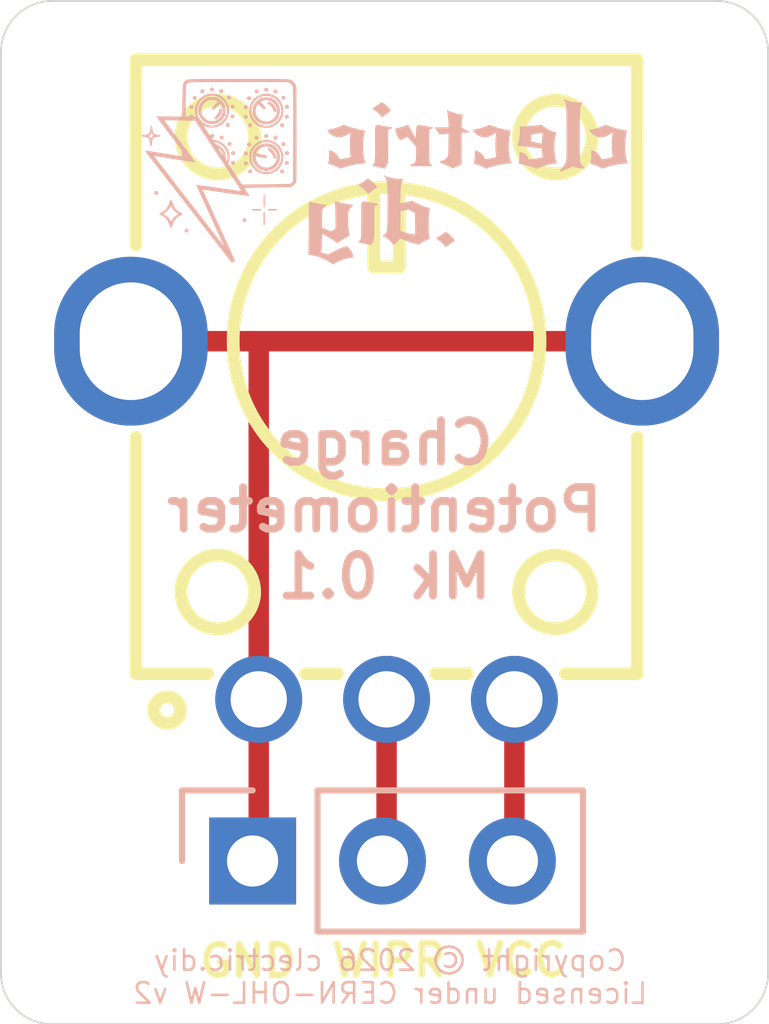
<source format=kicad_pcb>
(kicad_pcb (version 20241229) (generator "pcbnew") (generator_version "9.0")
  (title_block (title "Charge Potentiometer") (date "2026-02-20") (rev "Mk 0.1") (company "clectric.diy") (comment 1 "Copyright © 2026 clectric.diy Licensed under CERN-OHL-W v2") (comment 2 "Charles H. Leggett"))
  (layers (0 "F.Cu" signal "Front") (2 "B.Cu" signal "Back") (13 "F.Paste" user) (15 "B.Paste" user) (5 "F.SilkS" user "F.Silkscreen") (7 "B.SilkS" user "B.Silkscreen") (1 "F.Mask" user) (3 "B.Mask" user) (25 "Edge.Cuts" user))
  (net 0 "")
  (net 1 "VCC+CW")
  (net 2 "WIPER")
  (net 3 "GND+CCW")
  (footprint "clectric-diy:RES-TH_RK09K113004U" (layer "F.Cu") (at 119.46 100.78)
    (property "Reference" "R1" (hide yes))
    (property "Value" "RK09K1130D62" (hide yes))
    (pad "1" thru_hole circle (at -2.5 3.5) (size 1.7 1.7) (drill 1.100023) (layers "*.Cu" "*.Mask") (net 3 "GND+CCW"))
    (pad "2" thru_hole circle (at 0 3.5) (size 1.7 1.7) (drill 1.100023) (layers "*.Cu" "*.Mask") (net 2 "WIPER"))
    (pad "3" thru_hole circle (at 2.5 3.5) (size 1.7 1.7) (drill 1.100023) (layers "*.Cu" "*.Mask") (net 1 "VCC+CW"))
    (pad "4" thru_hole oval (at 5 -3.5) (size 3 3.3) (drill oval 1.999996 2.300021) (layers "*.Cu" "*.Mask") (net 3 "GND+CCW"))
    (pad "5" thru_hole oval (at -5 -3.5) (size 3 3.3) (drill oval 1.999996 2.300021) (layers "*.Cu" "*.Mask") (net 3 "GND+CCW"))
  )
  (footprint "LOGO" (layer "B.Cu") (at 119.46 93.91 180)
    (property "Reference" "G***" (hide yes))
    (property "Value" "LOGO" (hide yes))
  )
  (footprint "Connector_PinHeader_2.54mm:PinHeader_1x03_P2.54mm_Vertical" (layer "B.Cu") (at 116.84 107.44 -90)
    (property "Reference" "J1" (hide yes))
    (property "Value" "Conn_01x03_Pin" (hide yes))
    (pad "1" thru_hole rect (at 0 0 270) (size 1.7 1.7) (drill 1) (layers "*.Cu" "*.Mask") (net 3 "GND+CCW"))
    (pad "2" thru_hole circle (at 0 -2.54 270) (size 1.7 1.7) (drill 1) (layers "*.Cu" "*.Mask") (net 2 "WIPER"))
    (pad "3" thru_hole circle (at 0 -5.08 270) (size 1.7 1.7) (drill 1) (layers "*.Cu" "*.Mask") (net 1 "VCC+CW"))
  )
  (gr_line (start 126.92 91.63) (end 126.92 109.63) (stroke (width 0.0381)) (layer "Edge.Cuts"))
  (gr_line (start 112.92 90.63) (end 125.92 90.63) (stroke (width 0.0381)) (layer "Edge.Cuts"))
  (gr_arc (start 112.92 110.63) (mid 112.212893 110.337107) (end 111.92 109.63) (stroke (width 0.0381)) (layer "Edge.Cuts"))
  (gr_arc (start 111.92 91.63) (mid 112.212893 90.922893) (end 112.92 90.63) (stroke (width 0.0381)) (layer "Edge.Cuts"))
  (gr_arc (start 125.92 90.63) (mid 126.627107 90.922893) (end 126.92 91.63) (stroke (width 0.0381)) (layer "Edge.Cuts"))
  (gr_arc (start 126.92 109.63) (mid 126.627107 110.337107) (end 125.92 110.63) (stroke (width 0.0381)) (layer "Edge.Cuts"))
  (gr_line (start 125.92 110.63) (end 112.92 110.63) (stroke (width 0.0381)) (layer "Edge.Cuts"))
  (gr_line (start 111.92 109.63) (end 111.92 91.63) (stroke (width 0.0381)) (layer "Edge.Cuts"))
  (gr_text "VCC" (at 123.04 109.731 0) (layer "F.SilkS") (effects (font (size 0.6096 0.6096) (thickness 0.12192) (bold yes)) (justify right bottom)))
  (gr_text "GND" (at 117.76 109.751 0) (layer "F.SilkS") (effects (font (size 0.6096 0.6096) (thickness 0.12192) (bold yes)) (justify right bottom)))
  (gr_text "WIPR" (at 120.69 109.741 0) (layer "F.SilkS") (effects (font (size 0.6096 0.6096) (thickness 0.12192) (bold yes)) (justify right bottom)))
  (gr_text "Charge\nPotentiometer\nMk 0.1" (at 119.42 102.36 -0) (layer "B.SilkS") (effects (font (size 0.8128 0.8128) (thickness 0.1524) (bold yes)) (justify bottom mirror)))
  (gr_text "Copyright © 2026 clectric.diy\nLicensed under CERN-OHL-W v2" (at 119.53 110.26 0) (layer "B.SilkS") (effects (font (size 0.4 0.4) (thickness 0.05)) (justify bottom mirror)))
  (segment (start 121.96 104.28) (end 121.96 107.4) (width 0.4) (layer "F.Cu") (net 1))
  (segment (start 121.96 107.4) (end 121.92 107.44) (width 0.4) (layer "F.Cu") (net 1))
  (segment (start 119.46 104.28) (end 119.46 107.36) (width 0.4) (layer "F.Cu") (net 2))
  (segment (start 119.46 107.36) (end 119.38 107.44) (width 0.4) (layer "F.Cu") (net 2))
  (segment (start 116.88 97.28) (end 116.96 97.36) (width 0.4) (layer "F.Cu") (net 3))
  (segment (start 124.46 97.28) (end 116.88 97.28) (width 0.4) (layer "F.Cu") (net 3))
  (segment (start 116.96 107.32) (end 116.84 107.44) (width 0.4) (layer "F.Cu") (net 3))
  (segment (start 116.96 104.28) (end 116.96 107.32) (width 0.4) (layer "F.Cu") (net 3))
  (segment (start 116.96 97.36) (end 116.96 104.28) (width 0.4) (layer "F.Cu") (net 3))
  (segment (start 114.46 97.28) (end 116.88 97.28) (width 0.4) (layer "F.Cu") (net 3))
)
</source>
